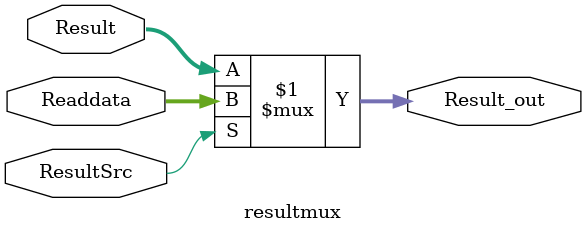
<source format=v>
module resultmux(Readdata,Result,ResultSrc,Result_out);

input [31:0] Result,Readdata;
input ResultSrc;
output [31:0] Result_out;

assign Result_out =(ResultSrc)?Readdata : Result;

endmodule 

</source>
